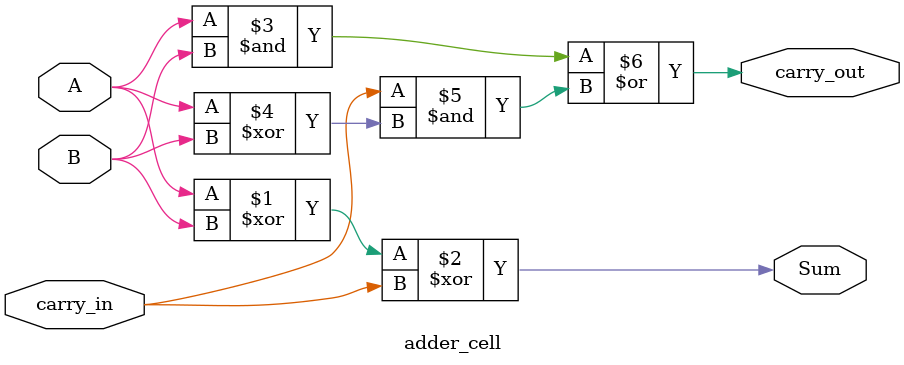
<source format=v>


module adder_cell(Sum, carry_out, A, B, carry_in);
			input A, B, carry_in;
			output Sum, carry_out;
				/* 
					sum = a xor b xor c_in
					carry_out = ab + carry_in(a xor b)
				*/
			assign Sum = (A ^ B ^ carry_in);
			assign carry_out = ((A & B) | (carry_in & (A ^ B)));
			
endmodule

</source>
